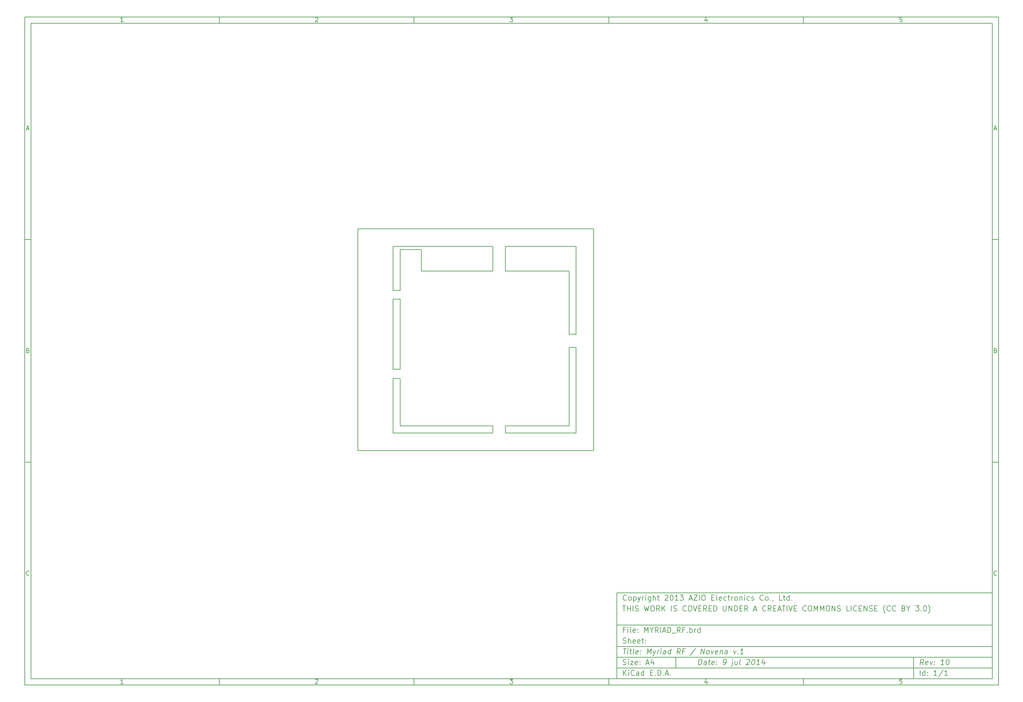
<source format=gbr>
G04 (created by PCBNEW (2013-07-07 BZR 4022)-stable) date 09/07/2014 14:33:10*
%MOIN*%
G04 Gerber Fmt 3.4, Leading zero omitted, Abs format*
%FSLAX34Y34*%
G01*
G70*
G90*
G04 APERTURE LIST*
%ADD10C,0.00590551*%
%ADD11C,0.0077*%
G04 APERTURE END LIST*
G54D10*
X4000Y-4000D02*
X112930Y-4000D01*
X112930Y-78680D01*
X4000Y-78680D01*
X4000Y-4000D01*
X4700Y-4700D02*
X112230Y-4700D01*
X112230Y-77980D01*
X4700Y-77980D01*
X4700Y-4700D01*
X25780Y-4000D02*
X25780Y-4700D01*
X15032Y-4552D02*
X14747Y-4552D01*
X14890Y-4552D02*
X14890Y-4052D01*
X14842Y-4123D01*
X14794Y-4171D01*
X14747Y-4195D01*
X25780Y-78680D02*
X25780Y-77980D01*
X15032Y-78532D02*
X14747Y-78532D01*
X14890Y-78532D02*
X14890Y-78032D01*
X14842Y-78103D01*
X14794Y-78151D01*
X14747Y-78175D01*
X47560Y-4000D02*
X47560Y-4700D01*
X36527Y-4100D02*
X36550Y-4076D01*
X36598Y-4052D01*
X36717Y-4052D01*
X36765Y-4076D01*
X36789Y-4100D01*
X36812Y-4147D01*
X36812Y-4195D01*
X36789Y-4266D01*
X36503Y-4552D01*
X36812Y-4552D01*
X47560Y-78680D02*
X47560Y-77980D01*
X36527Y-78080D02*
X36550Y-78056D01*
X36598Y-78032D01*
X36717Y-78032D01*
X36765Y-78056D01*
X36789Y-78080D01*
X36812Y-78127D01*
X36812Y-78175D01*
X36789Y-78246D01*
X36503Y-78532D01*
X36812Y-78532D01*
X69340Y-4000D02*
X69340Y-4700D01*
X58283Y-4052D02*
X58592Y-4052D01*
X58426Y-4242D01*
X58497Y-4242D01*
X58545Y-4266D01*
X58569Y-4290D01*
X58592Y-4338D01*
X58592Y-4457D01*
X58569Y-4504D01*
X58545Y-4528D01*
X58497Y-4552D01*
X58354Y-4552D01*
X58307Y-4528D01*
X58283Y-4504D01*
X69340Y-78680D02*
X69340Y-77980D01*
X58283Y-78032D02*
X58592Y-78032D01*
X58426Y-78222D01*
X58497Y-78222D01*
X58545Y-78246D01*
X58569Y-78270D01*
X58592Y-78318D01*
X58592Y-78437D01*
X58569Y-78484D01*
X58545Y-78508D01*
X58497Y-78532D01*
X58354Y-78532D01*
X58307Y-78508D01*
X58283Y-78484D01*
X91120Y-4000D02*
X91120Y-4700D01*
X80325Y-4219D02*
X80325Y-4552D01*
X80206Y-4028D02*
X80087Y-4385D01*
X80396Y-4385D01*
X91120Y-78680D02*
X91120Y-77980D01*
X80325Y-78199D02*
X80325Y-78532D01*
X80206Y-78008D02*
X80087Y-78365D01*
X80396Y-78365D01*
X102129Y-4052D02*
X101890Y-4052D01*
X101867Y-4290D01*
X101890Y-4266D01*
X101938Y-4242D01*
X102057Y-4242D01*
X102105Y-4266D01*
X102129Y-4290D01*
X102152Y-4338D01*
X102152Y-4457D01*
X102129Y-4504D01*
X102105Y-4528D01*
X102057Y-4552D01*
X101938Y-4552D01*
X101890Y-4528D01*
X101867Y-4504D01*
X102129Y-78032D02*
X101890Y-78032D01*
X101867Y-78270D01*
X101890Y-78246D01*
X101938Y-78222D01*
X102057Y-78222D01*
X102105Y-78246D01*
X102129Y-78270D01*
X102152Y-78318D01*
X102152Y-78437D01*
X102129Y-78484D01*
X102105Y-78508D01*
X102057Y-78532D01*
X101938Y-78532D01*
X101890Y-78508D01*
X101867Y-78484D01*
X4000Y-28890D02*
X4700Y-28890D01*
X4230Y-16509D02*
X4469Y-16509D01*
X4183Y-16652D02*
X4350Y-16152D01*
X4516Y-16652D01*
X112930Y-28890D02*
X112230Y-28890D01*
X112460Y-16509D02*
X112699Y-16509D01*
X112413Y-16652D02*
X112580Y-16152D01*
X112746Y-16652D01*
X4000Y-53780D02*
X4700Y-53780D01*
X4385Y-41280D02*
X4457Y-41304D01*
X4480Y-41328D01*
X4504Y-41375D01*
X4504Y-41447D01*
X4480Y-41494D01*
X4457Y-41518D01*
X4409Y-41542D01*
X4219Y-41542D01*
X4219Y-41042D01*
X4385Y-41042D01*
X4433Y-41066D01*
X4457Y-41090D01*
X4480Y-41137D01*
X4480Y-41185D01*
X4457Y-41232D01*
X4433Y-41256D01*
X4385Y-41280D01*
X4219Y-41280D01*
X112930Y-53780D02*
X112230Y-53780D01*
X112615Y-41280D02*
X112687Y-41304D01*
X112710Y-41328D01*
X112734Y-41375D01*
X112734Y-41447D01*
X112710Y-41494D01*
X112687Y-41518D01*
X112639Y-41542D01*
X112449Y-41542D01*
X112449Y-41042D01*
X112615Y-41042D01*
X112663Y-41066D01*
X112687Y-41090D01*
X112710Y-41137D01*
X112710Y-41185D01*
X112687Y-41232D01*
X112663Y-41256D01*
X112615Y-41280D01*
X112449Y-41280D01*
X4504Y-66384D02*
X4480Y-66408D01*
X4409Y-66432D01*
X4361Y-66432D01*
X4290Y-66408D01*
X4242Y-66360D01*
X4219Y-66313D01*
X4195Y-66218D01*
X4195Y-66146D01*
X4219Y-66051D01*
X4242Y-66003D01*
X4290Y-65956D01*
X4361Y-65932D01*
X4409Y-65932D01*
X4480Y-65956D01*
X4504Y-65980D01*
X112734Y-66384D02*
X112710Y-66408D01*
X112639Y-66432D01*
X112591Y-66432D01*
X112520Y-66408D01*
X112472Y-66360D01*
X112449Y-66313D01*
X112425Y-66218D01*
X112425Y-66146D01*
X112449Y-66051D01*
X112472Y-66003D01*
X112520Y-65956D01*
X112591Y-65932D01*
X112639Y-65932D01*
X112710Y-65956D01*
X112734Y-65980D01*
X79380Y-76422D02*
X79455Y-75822D01*
X79597Y-75822D01*
X79680Y-75851D01*
X79730Y-75908D01*
X79751Y-75965D01*
X79765Y-76080D01*
X79755Y-76165D01*
X79712Y-76280D01*
X79676Y-76337D01*
X79612Y-76394D01*
X79522Y-76422D01*
X79380Y-76422D01*
X80237Y-76422D02*
X80276Y-76108D01*
X80255Y-76051D01*
X80201Y-76022D01*
X80087Y-76022D01*
X80026Y-76051D01*
X80240Y-76394D02*
X80180Y-76422D01*
X80037Y-76422D01*
X79983Y-76394D01*
X79962Y-76337D01*
X79969Y-76280D01*
X80005Y-76222D01*
X80065Y-76194D01*
X80208Y-76194D01*
X80269Y-76165D01*
X80487Y-76022D02*
X80715Y-76022D01*
X80597Y-75822D02*
X80533Y-76337D01*
X80555Y-76394D01*
X80608Y-76422D01*
X80665Y-76422D01*
X81097Y-76394D02*
X81037Y-76422D01*
X80922Y-76422D01*
X80869Y-76394D01*
X80847Y-76337D01*
X80876Y-76108D01*
X80912Y-76051D01*
X80972Y-76022D01*
X81087Y-76022D01*
X81140Y-76051D01*
X81162Y-76108D01*
X81155Y-76165D01*
X80862Y-76222D01*
X81387Y-76365D02*
X81412Y-76394D01*
X81380Y-76422D01*
X81355Y-76394D01*
X81387Y-76365D01*
X81380Y-76422D01*
X81426Y-76051D02*
X81451Y-76080D01*
X81419Y-76108D01*
X81394Y-76080D01*
X81426Y-76051D01*
X81419Y-76108D01*
X82151Y-76422D02*
X82265Y-76422D01*
X82326Y-76394D01*
X82358Y-76365D01*
X82426Y-76280D01*
X82469Y-76165D01*
X82497Y-75937D01*
X82476Y-75880D01*
X82451Y-75851D01*
X82397Y-75822D01*
X82283Y-75822D01*
X82222Y-75851D01*
X82190Y-75880D01*
X82155Y-75937D01*
X82137Y-76080D01*
X82158Y-76137D01*
X82183Y-76165D01*
X82237Y-76194D01*
X82351Y-76194D01*
X82412Y-76165D01*
X82444Y-76137D01*
X82480Y-76080D01*
X83201Y-76022D02*
X83137Y-76537D01*
X83101Y-76594D01*
X83040Y-76622D01*
X83012Y-76622D01*
X83226Y-75822D02*
X83194Y-75851D01*
X83219Y-75880D01*
X83251Y-75851D01*
X83226Y-75822D01*
X83219Y-75880D01*
X83744Y-76022D02*
X83694Y-76422D01*
X83487Y-76022D02*
X83447Y-76337D01*
X83469Y-76394D01*
X83522Y-76422D01*
X83608Y-76422D01*
X83669Y-76394D01*
X83701Y-76365D01*
X84065Y-76422D02*
X84012Y-76394D01*
X83990Y-76337D01*
X84055Y-75822D01*
X84790Y-75880D02*
X84822Y-75851D01*
X84883Y-75822D01*
X85026Y-75822D01*
X85080Y-75851D01*
X85105Y-75880D01*
X85126Y-75937D01*
X85119Y-75994D01*
X85080Y-76080D01*
X84694Y-76422D01*
X85065Y-76422D01*
X85512Y-75822D02*
X85569Y-75822D01*
X85622Y-75851D01*
X85647Y-75880D01*
X85669Y-75937D01*
X85683Y-76051D01*
X85665Y-76194D01*
X85622Y-76308D01*
X85587Y-76365D01*
X85555Y-76394D01*
X85494Y-76422D01*
X85437Y-76422D01*
X85383Y-76394D01*
X85358Y-76365D01*
X85337Y-76308D01*
X85322Y-76194D01*
X85340Y-76051D01*
X85383Y-75937D01*
X85419Y-75880D01*
X85451Y-75851D01*
X85512Y-75822D01*
X86208Y-76422D02*
X85865Y-76422D01*
X86037Y-76422D02*
X86112Y-75822D01*
X86044Y-75908D01*
X85980Y-75965D01*
X85919Y-75994D01*
X86772Y-76022D02*
X86722Y-76422D01*
X86658Y-75794D02*
X86462Y-76222D01*
X86833Y-76222D01*
X70972Y-77622D02*
X70972Y-77022D01*
X71315Y-77622D02*
X71058Y-77280D01*
X71315Y-77022D02*
X70972Y-77365D01*
X71572Y-77622D02*
X71572Y-77222D01*
X71572Y-77022D02*
X71544Y-77051D01*
X71572Y-77080D01*
X71601Y-77051D01*
X71572Y-77022D01*
X71572Y-77080D01*
X72201Y-77565D02*
X72172Y-77594D01*
X72087Y-77622D01*
X72030Y-77622D01*
X71944Y-77594D01*
X71887Y-77537D01*
X71858Y-77480D01*
X71830Y-77365D01*
X71830Y-77280D01*
X71858Y-77165D01*
X71887Y-77108D01*
X71944Y-77051D01*
X72030Y-77022D01*
X72087Y-77022D01*
X72172Y-77051D01*
X72201Y-77080D01*
X72715Y-77622D02*
X72715Y-77308D01*
X72687Y-77251D01*
X72630Y-77222D01*
X72515Y-77222D01*
X72458Y-77251D01*
X72715Y-77594D02*
X72658Y-77622D01*
X72515Y-77622D01*
X72458Y-77594D01*
X72430Y-77537D01*
X72430Y-77480D01*
X72458Y-77422D01*
X72515Y-77394D01*
X72658Y-77394D01*
X72715Y-77365D01*
X73258Y-77622D02*
X73258Y-77022D01*
X73258Y-77594D02*
X73201Y-77622D01*
X73087Y-77622D01*
X73030Y-77594D01*
X73001Y-77565D01*
X72972Y-77508D01*
X72972Y-77337D01*
X73001Y-77280D01*
X73030Y-77251D01*
X73087Y-77222D01*
X73201Y-77222D01*
X73258Y-77251D01*
X74001Y-77308D02*
X74201Y-77308D01*
X74287Y-77622D02*
X74001Y-77622D01*
X74001Y-77022D01*
X74287Y-77022D01*
X74544Y-77565D02*
X74572Y-77594D01*
X74544Y-77622D01*
X74515Y-77594D01*
X74544Y-77565D01*
X74544Y-77622D01*
X74829Y-77622D02*
X74829Y-77022D01*
X74972Y-77022D01*
X75058Y-77051D01*
X75115Y-77108D01*
X75144Y-77165D01*
X75172Y-77280D01*
X75172Y-77365D01*
X75144Y-77480D01*
X75115Y-77537D01*
X75058Y-77594D01*
X74972Y-77622D01*
X74829Y-77622D01*
X75429Y-77565D02*
X75458Y-77594D01*
X75429Y-77622D01*
X75401Y-77594D01*
X75429Y-77565D01*
X75429Y-77622D01*
X75687Y-77451D02*
X75972Y-77451D01*
X75629Y-77622D02*
X75829Y-77022D01*
X76029Y-77622D01*
X76229Y-77565D02*
X76258Y-77594D01*
X76229Y-77622D01*
X76201Y-77594D01*
X76229Y-77565D01*
X76229Y-77622D01*
X104522Y-76422D02*
X104358Y-76137D01*
X104180Y-76422D02*
X104255Y-75822D01*
X104483Y-75822D01*
X104537Y-75851D01*
X104562Y-75880D01*
X104583Y-75937D01*
X104572Y-76022D01*
X104537Y-76080D01*
X104505Y-76108D01*
X104444Y-76137D01*
X104215Y-76137D01*
X105012Y-76394D02*
X104951Y-76422D01*
X104837Y-76422D01*
X104783Y-76394D01*
X104762Y-76337D01*
X104790Y-76108D01*
X104826Y-76051D01*
X104887Y-76022D01*
X105001Y-76022D01*
X105055Y-76051D01*
X105076Y-76108D01*
X105069Y-76165D01*
X104776Y-76222D01*
X105287Y-76022D02*
X105380Y-76422D01*
X105572Y-76022D01*
X105758Y-76365D02*
X105783Y-76394D01*
X105751Y-76422D01*
X105726Y-76394D01*
X105758Y-76365D01*
X105751Y-76422D01*
X105797Y-76051D02*
X105822Y-76080D01*
X105790Y-76108D01*
X105765Y-76080D01*
X105797Y-76051D01*
X105790Y-76108D01*
X106808Y-76422D02*
X106465Y-76422D01*
X106637Y-76422D02*
X106712Y-75822D01*
X106644Y-75908D01*
X106580Y-75965D01*
X106519Y-75994D01*
X107255Y-75822D02*
X107312Y-75822D01*
X107365Y-75851D01*
X107390Y-75880D01*
X107412Y-75937D01*
X107426Y-76051D01*
X107408Y-76194D01*
X107365Y-76308D01*
X107330Y-76365D01*
X107297Y-76394D01*
X107237Y-76422D01*
X107180Y-76422D01*
X107126Y-76394D01*
X107101Y-76365D01*
X107080Y-76308D01*
X107065Y-76194D01*
X107083Y-76051D01*
X107126Y-75937D01*
X107162Y-75880D01*
X107194Y-75851D01*
X107255Y-75822D01*
X70944Y-76394D02*
X71030Y-76422D01*
X71172Y-76422D01*
X71230Y-76394D01*
X71258Y-76365D01*
X71287Y-76308D01*
X71287Y-76251D01*
X71258Y-76194D01*
X71230Y-76165D01*
X71172Y-76137D01*
X71058Y-76108D01*
X71001Y-76080D01*
X70972Y-76051D01*
X70944Y-75994D01*
X70944Y-75937D01*
X70972Y-75880D01*
X71001Y-75851D01*
X71058Y-75822D01*
X71201Y-75822D01*
X71287Y-75851D01*
X71544Y-76422D02*
X71544Y-76022D01*
X71544Y-75822D02*
X71515Y-75851D01*
X71544Y-75880D01*
X71572Y-75851D01*
X71544Y-75822D01*
X71544Y-75880D01*
X71772Y-76022D02*
X72087Y-76022D01*
X71772Y-76422D01*
X72087Y-76422D01*
X72544Y-76394D02*
X72487Y-76422D01*
X72372Y-76422D01*
X72315Y-76394D01*
X72287Y-76337D01*
X72287Y-76108D01*
X72315Y-76051D01*
X72372Y-76022D01*
X72487Y-76022D01*
X72544Y-76051D01*
X72572Y-76108D01*
X72572Y-76165D01*
X72287Y-76222D01*
X72830Y-76365D02*
X72858Y-76394D01*
X72830Y-76422D01*
X72801Y-76394D01*
X72830Y-76365D01*
X72830Y-76422D01*
X72830Y-76051D02*
X72858Y-76080D01*
X72830Y-76108D01*
X72801Y-76080D01*
X72830Y-76051D01*
X72830Y-76108D01*
X73544Y-76251D02*
X73830Y-76251D01*
X73487Y-76422D02*
X73687Y-75822D01*
X73887Y-76422D01*
X74344Y-76022D02*
X74344Y-76422D01*
X74201Y-75794D02*
X74058Y-76222D01*
X74430Y-76222D01*
X104172Y-77622D02*
X104172Y-77022D01*
X104715Y-77622D02*
X104715Y-77022D01*
X104715Y-77594D02*
X104658Y-77622D01*
X104544Y-77622D01*
X104487Y-77594D01*
X104458Y-77565D01*
X104430Y-77508D01*
X104430Y-77337D01*
X104458Y-77280D01*
X104487Y-77251D01*
X104544Y-77222D01*
X104658Y-77222D01*
X104715Y-77251D01*
X105001Y-77565D02*
X105030Y-77594D01*
X105001Y-77622D01*
X104972Y-77594D01*
X105001Y-77565D01*
X105001Y-77622D01*
X105001Y-77251D02*
X105030Y-77280D01*
X105001Y-77308D01*
X104972Y-77280D01*
X105001Y-77251D01*
X105001Y-77308D01*
X106058Y-77622D02*
X105715Y-77622D01*
X105887Y-77622D02*
X105887Y-77022D01*
X105829Y-77108D01*
X105772Y-77165D01*
X105715Y-77194D01*
X106744Y-76994D02*
X106230Y-77765D01*
X107258Y-77622D02*
X106915Y-77622D01*
X107087Y-77622D02*
X107087Y-77022D01*
X107029Y-77108D01*
X106972Y-77165D01*
X106915Y-77194D01*
X70969Y-74622D02*
X71312Y-74622D01*
X71065Y-75222D02*
X71140Y-74622D01*
X71437Y-75222D02*
X71487Y-74822D01*
X71512Y-74622D02*
X71480Y-74651D01*
X71505Y-74680D01*
X71537Y-74651D01*
X71512Y-74622D01*
X71505Y-74680D01*
X71687Y-74822D02*
X71915Y-74822D01*
X71797Y-74622D02*
X71733Y-75137D01*
X71755Y-75194D01*
X71808Y-75222D01*
X71865Y-75222D01*
X72151Y-75222D02*
X72097Y-75194D01*
X72076Y-75137D01*
X72140Y-74622D01*
X72612Y-75194D02*
X72551Y-75222D01*
X72437Y-75222D01*
X72383Y-75194D01*
X72362Y-75137D01*
X72390Y-74908D01*
X72426Y-74851D01*
X72487Y-74822D01*
X72601Y-74822D01*
X72655Y-74851D01*
X72676Y-74908D01*
X72669Y-74965D01*
X72376Y-75022D01*
X72901Y-75165D02*
X72926Y-75194D01*
X72894Y-75222D01*
X72869Y-75194D01*
X72901Y-75165D01*
X72894Y-75222D01*
X72940Y-74851D02*
X72965Y-74880D01*
X72933Y-74908D01*
X72908Y-74880D01*
X72940Y-74851D01*
X72933Y-74908D01*
X73637Y-75222D02*
X73712Y-74622D01*
X73858Y-75051D01*
X74112Y-74622D01*
X74037Y-75222D01*
X74315Y-74822D02*
X74408Y-75222D01*
X74601Y-74822D02*
X74408Y-75222D01*
X74333Y-75365D01*
X74301Y-75394D01*
X74240Y-75422D01*
X74780Y-75222D02*
X74830Y-74822D01*
X74815Y-74937D02*
X74851Y-74880D01*
X74883Y-74851D01*
X74944Y-74822D01*
X75001Y-74822D01*
X75151Y-75222D02*
X75201Y-74822D01*
X75226Y-74622D02*
X75194Y-74651D01*
X75219Y-74680D01*
X75251Y-74651D01*
X75226Y-74622D01*
X75219Y-74680D01*
X75694Y-75222D02*
X75733Y-74908D01*
X75712Y-74851D01*
X75658Y-74822D01*
X75544Y-74822D01*
X75483Y-74851D01*
X75697Y-75194D02*
X75637Y-75222D01*
X75494Y-75222D01*
X75440Y-75194D01*
X75419Y-75137D01*
X75426Y-75080D01*
X75462Y-75022D01*
X75522Y-74994D01*
X75665Y-74994D01*
X75726Y-74965D01*
X76237Y-75222D02*
X76312Y-74622D01*
X76240Y-75194D02*
X76180Y-75222D01*
X76065Y-75222D01*
X76012Y-75194D01*
X75987Y-75165D01*
X75965Y-75108D01*
X75987Y-74937D01*
X76022Y-74880D01*
X76055Y-74851D01*
X76115Y-74822D01*
X76230Y-74822D01*
X76283Y-74851D01*
X77322Y-75222D02*
X77158Y-74937D01*
X76980Y-75222D02*
X77055Y-74622D01*
X77283Y-74622D01*
X77337Y-74651D01*
X77362Y-74680D01*
X77383Y-74737D01*
X77372Y-74822D01*
X77337Y-74880D01*
X77305Y-74908D01*
X77244Y-74937D01*
X77015Y-74937D01*
X77819Y-74908D02*
X77619Y-74908D01*
X77580Y-75222D02*
X77655Y-74622D01*
X77940Y-74622D01*
X79058Y-74594D02*
X78447Y-75365D01*
X79637Y-75222D02*
X79712Y-74622D01*
X79980Y-75222D01*
X80055Y-74622D01*
X80351Y-75222D02*
X80297Y-75194D01*
X80272Y-75165D01*
X80251Y-75108D01*
X80272Y-74937D01*
X80308Y-74880D01*
X80340Y-74851D01*
X80401Y-74822D01*
X80487Y-74822D01*
X80540Y-74851D01*
X80565Y-74880D01*
X80587Y-74937D01*
X80565Y-75108D01*
X80530Y-75165D01*
X80497Y-75194D01*
X80437Y-75222D01*
X80351Y-75222D01*
X80801Y-74822D02*
X80894Y-75222D01*
X81087Y-74822D01*
X81497Y-75194D02*
X81437Y-75222D01*
X81322Y-75222D01*
X81269Y-75194D01*
X81247Y-75137D01*
X81276Y-74908D01*
X81312Y-74851D01*
X81372Y-74822D01*
X81487Y-74822D01*
X81540Y-74851D01*
X81562Y-74908D01*
X81555Y-74965D01*
X81262Y-75022D01*
X81830Y-74822D02*
X81780Y-75222D01*
X81822Y-74880D02*
X81855Y-74851D01*
X81915Y-74822D01*
X82001Y-74822D01*
X82055Y-74851D01*
X82076Y-74908D01*
X82037Y-75222D01*
X82580Y-75222D02*
X82619Y-74908D01*
X82597Y-74851D01*
X82544Y-74822D01*
X82430Y-74822D01*
X82369Y-74851D01*
X82583Y-75194D02*
X82522Y-75222D01*
X82380Y-75222D01*
X82326Y-75194D01*
X82305Y-75137D01*
X82312Y-75080D01*
X82347Y-75022D01*
X82408Y-74994D01*
X82551Y-74994D01*
X82612Y-74965D01*
X83315Y-74822D02*
X83408Y-75222D01*
X83601Y-74822D01*
X83787Y-75165D02*
X83812Y-75194D01*
X83780Y-75222D01*
X83755Y-75194D01*
X83787Y-75165D01*
X83780Y-75222D01*
X84380Y-75222D02*
X84037Y-75222D01*
X84208Y-75222D02*
X84283Y-74622D01*
X84215Y-74708D01*
X84151Y-74765D01*
X84090Y-74794D01*
X71172Y-72508D02*
X70972Y-72508D01*
X70972Y-72822D02*
X70972Y-72222D01*
X71258Y-72222D01*
X71487Y-72822D02*
X71487Y-72422D01*
X71487Y-72222D02*
X71458Y-72251D01*
X71487Y-72280D01*
X71515Y-72251D01*
X71487Y-72222D01*
X71487Y-72280D01*
X71858Y-72822D02*
X71801Y-72794D01*
X71772Y-72737D01*
X71772Y-72222D01*
X72315Y-72794D02*
X72258Y-72822D01*
X72144Y-72822D01*
X72087Y-72794D01*
X72058Y-72737D01*
X72058Y-72508D01*
X72087Y-72451D01*
X72144Y-72422D01*
X72258Y-72422D01*
X72315Y-72451D01*
X72344Y-72508D01*
X72344Y-72565D01*
X72058Y-72622D01*
X72601Y-72765D02*
X72630Y-72794D01*
X72601Y-72822D01*
X72572Y-72794D01*
X72601Y-72765D01*
X72601Y-72822D01*
X72601Y-72451D02*
X72630Y-72480D01*
X72601Y-72508D01*
X72572Y-72480D01*
X72601Y-72451D01*
X72601Y-72508D01*
X73344Y-72822D02*
X73344Y-72222D01*
X73544Y-72651D01*
X73744Y-72222D01*
X73744Y-72822D01*
X74144Y-72537D02*
X74144Y-72822D01*
X73944Y-72222D02*
X74144Y-72537D01*
X74344Y-72222D01*
X74887Y-72822D02*
X74687Y-72537D01*
X74544Y-72822D02*
X74544Y-72222D01*
X74772Y-72222D01*
X74830Y-72251D01*
X74858Y-72280D01*
X74887Y-72337D01*
X74887Y-72422D01*
X74858Y-72480D01*
X74830Y-72508D01*
X74772Y-72537D01*
X74544Y-72537D01*
X75144Y-72822D02*
X75144Y-72222D01*
X75401Y-72651D02*
X75687Y-72651D01*
X75344Y-72822D02*
X75544Y-72222D01*
X75744Y-72822D01*
X75944Y-72822D02*
X75944Y-72222D01*
X76087Y-72222D01*
X76172Y-72251D01*
X76230Y-72308D01*
X76258Y-72365D01*
X76287Y-72480D01*
X76287Y-72565D01*
X76258Y-72680D01*
X76230Y-72737D01*
X76172Y-72794D01*
X76087Y-72822D01*
X75944Y-72822D01*
X76401Y-72880D02*
X76858Y-72880D01*
X77344Y-72822D02*
X77144Y-72537D01*
X77001Y-72822D02*
X77001Y-72222D01*
X77230Y-72222D01*
X77287Y-72251D01*
X77315Y-72280D01*
X77344Y-72337D01*
X77344Y-72422D01*
X77315Y-72480D01*
X77287Y-72508D01*
X77230Y-72537D01*
X77001Y-72537D01*
X77801Y-72508D02*
X77601Y-72508D01*
X77601Y-72822D02*
X77601Y-72222D01*
X77887Y-72222D01*
X78115Y-72765D02*
X78144Y-72794D01*
X78115Y-72822D01*
X78087Y-72794D01*
X78115Y-72765D01*
X78115Y-72822D01*
X78401Y-72822D02*
X78401Y-72222D01*
X78401Y-72451D02*
X78458Y-72422D01*
X78572Y-72422D01*
X78630Y-72451D01*
X78658Y-72480D01*
X78687Y-72537D01*
X78687Y-72708D01*
X78658Y-72765D01*
X78630Y-72794D01*
X78572Y-72822D01*
X78458Y-72822D01*
X78401Y-72794D01*
X78944Y-72822D02*
X78944Y-72422D01*
X78944Y-72537D02*
X78972Y-72480D01*
X79001Y-72451D01*
X79058Y-72422D01*
X79115Y-72422D01*
X79572Y-72822D02*
X79572Y-72222D01*
X79572Y-72794D02*
X79515Y-72822D01*
X79401Y-72822D01*
X79344Y-72794D01*
X79315Y-72765D01*
X79287Y-72708D01*
X79287Y-72537D01*
X79315Y-72480D01*
X79344Y-72451D01*
X79401Y-72422D01*
X79515Y-72422D01*
X79572Y-72451D01*
X70944Y-73994D02*
X71030Y-74022D01*
X71172Y-74022D01*
X71230Y-73994D01*
X71258Y-73965D01*
X71287Y-73908D01*
X71287Y-73851D01*
X71258Y-73794D01*
X71230Y-73765D01*
X71172Y-73737D01*
X71058Y-73708D01*
X71001Y-73680D01*
X70972Y-73651D01*
X70944Y-73594D01*
X70944Y-73537D01*
X70972Y-73480D01*
X71001Y-73451D01*
X71058Y-73422D01*
X71201Y-73422D01*
X71287Y-73451D01*
X71544Y-74022D02*
X71544Y-73422D01*
X71801Y-74022D02*
X71801Y-73708D01*
X71772Y-73651D01*
X71715Y-73622D01*
X71630Y-73622D01*
X71572Y-73651D01*
X71544Y-73680D01*
X72315Y-73994D02*
X72258Y-74022D01*
X72144Y-74022D01*
X72087Y-73994D01*
X72058Y-73937D01*
X72058Y-73708D01*
X72087Y-73651D01*
X72144Y-73622D01*
X72258Y-73622D01*
X72315Y-73651D01*
X72344Y-73708D01*
X72344Y-73765D01*
X72058Y-73822D01*
X72830Y-73994D02*
X72772Y-74022D01*
X72658Y-74022D01*
X72601Y-73994D01*
X72572Y-73937D01*
X72572Y-73708D01*
X72601Y-73651D01*
X72658Y-73622D01*
X72772Y-73622D01*
X72830Y-73651D01*
X72858Y-73708D01*
X72858Y-73765D01*
X72572Y-73822D01*
X73030Y-73622D02*
X73258Y-73622D01*
X73115Y-73422D02*
X73115Y-73937D01*
X73144Y-73994D01*
X73201Y-74022D01*
X73258Y-74022D01*
X73458Y-73965D02*
X73487Y-73994D01*
X73458Y-74022D01*
X73430Y-73994D01*
X73458Y-73965D01*
X73458Y-74022D01*
X73458Y-73651D02*
X73487Y-73680D01*
X73458Y-73708D01*
X73430Y-73680D01*
X73458Y-73651D01*
X73458Y-73708D01*
X70887Y-69822D02*
X71230Y-69822D01*
X71058Y-70422D02*
X71058Y-69822D01*
X71430Y-70422D02*
X71430Y-69822D01*
X71430Y-70108D02*
X71772Y-70108D01*
X71772Y-70422D02*
X71772Y-69822D01*
X72058Y-70422D02*
X72058Y-69822D01*
X72315Y-70394D02*
X72401Y-70422D01*
X72544Y-70422D01*
X72601Y-70394D01*
X72629Y-70365D01*
X72658Y-70308D01*
X72658Y-70251D01*
X72629Y-70194D01*
X72601Y-70165D01*
X72544Y-70137D01*
X72429Y-70108D01*
X72372Y-70080D01*
X72344Y-70051D01*
X72315Y-69994D01*
X72315Y-69937D01*
X72344Y-69880D01*
X72372Y-69851D01*
X72429Y-69822D01*
X72572Y-69822D01*
X72658Y-69851D01*
X73315Y-69822D02*
X73458Y-70422D01*
X73572Y-69994D01*
X73687Y-70422D01*
X73830Y-69822D01*
X74172Y-69822D02*
X74287Y-69822D01*
X74344Y-69851D01*
X74401Y-69908D01*
X74430Y-70022D01*
X74430Y-70222D01*
X74401Y-70337D01*
X74344Y-70394D01*
X74287Y-70422D01*
X74172Y-70422D01*
X74115Y-70394D01*
X74058Y-70337D01*
X74030Y-70222D01*
X74030Y-70022D01*
X74058Y-69908D01*
X74115Y-69851D01*
X74172Y-69822D01*
X75029Y-70422D02*
X74829Y-70137D01*
X74687Y-70422D02*
X74687Y-69822D01*
X74915Y-69822D01*
X74972Y-69851D01*
X75001Y-69880D01*
X75029Y-69937D01*
X75029Y-70022D01*
X75001Y-70080D01*
X74972Y-70108D01*
X74915Y-70137D01*
X74687Y-70137D01*
X75287Y-70422D02*
X75287Y-69822D01*
X75629Y-70422D02*
X75372Y-70080D01*
X75629Y-69822D02*
X75287Y-70165D01*
X76344Y-70422D02*
X76344Y-69822D01*
X76601Y-70394D02*
X76687Y-70422D01*
X76829Y-70422D01*
X76887Y-70394D01*
X76915Y-70365D01*
X76944Y-70308D01*
X76944Y-70251D01*
X76915Y-70194D01*
X76887Y-70165D01*
X76829Y-70137D01*
X76715Y-70108D01*
X76658Y-70080D01*
X76629Y-70051D01*
X76601Y-69994D01*
X76601Y-69937D01*
X76629Y-69880D01*
X76658Y-69851D01*
X76715Y-69822D01*
X76858Y-69822D01*
X76944Y-69851D01*
X78001Y-70365D02*
X77972Y-70394D01*
X77887Y-70422D01*
X77830Y-70422D01*
X77744Y-70394D01*
X77687Y-70337D01*
X77658Y-70280D01*
X77630Y-70165D01*
X77630Y-70080D01*
X77658Y-69965D01*
X77687Y-69908D01*
X77744Y-69851D01*
X77830Y-69822D01*
X77887Y-69822D01*
X77972Y-69851D01*
X78001Y-69880D01*
X78372Y-69822D02*
X78487Y-69822D01*
X78544Y-69851D01*
X78601Y-69908D01*
X78630Y-70022D01*
X78630Y-70222D01*
X78601Y-70337D01*
X78544Y-70394D01*
X78487Y-70422D01*
X78372Y-70422D01*
X78315Y-70394D01*
X78258Y-70337D01*
X78230Y-70222D01*
X78230Y-70022D01*
X78258Y-69908D01*
X78315Y-69851D01*
X78372Y-69822D01*
X78801Y-69822D02*
X79001Y-70422D01*
X79201Y-69822D01*
X79401Y-70108D02*
X79601Y-70108D01*
X79687Y-70422D02*
X79401Y-70422D01*
X79401Y-69822D01*
X79687Y-69822D01*
X80287Y-70422D02*
X80087Y-70137D01*
X79944Y-70422D02*
X79944Y-69822D01*
X80172Y-69822D01*
X80229Y-69851D01*
X80258Y-69880D01*
X80287Y-69937D01*
X80287Y-70022D01*
X80258Y-70080D01*
X80229Y-70108D01*
X80172Y-70137D01*
X79944Y-70137D01*
X80544Y-70108D02*
X80744Y-70108D01*
X80829Y-70422D02*
X80544Y-70422D01*
X80544Y-69822D01*
X80829Y-69822D01*
X81087Y-70422D02*
X81087Y-69822D01*
X81229Y-69822D01*
X81315Y-69851D01*
X81372Y-69908D01*
X81401Y-69965D01*
X81429Y-70080D01*
X81429Y-70165D01*
X81401Y-70280D01*
X81372Y-70337D01*
X81315Y-70394D01*
X81229Y-70422D01*
X81087Y-70422D01*
X82144Y-69822D02*
X82144Y-70308D01*
X82172Y-70365D01*
X82201Y-70394D01*
X82258Y-70422D01*
X82372Y-70422D01*
X82429Y-70394D01*
X82458Y-70365D01*
X82487Y-70308D01*
X82487Y-69822D01*
X82772Y-70422D02*
X82772Y-69822D01*
X83115Y-70422D01*
X83115Y-69822D01*
X83401Y-70422D02*
X83401Y-69822D01*
X83544Y-69822D01*
X83629Y-69851D01*
X83687Y-69908D01*
X83715Y-69965D01*
X83744Y-70080D01*
X83744Y-70165D01*
X83715Y-70280D01*
X83687Y-70337D01*
X83629Y-70394D01*
X83544Y-70422D01*
X83401Y-70422D01*
X84001Y-70108D02*
X84201Y-70108D01*
X84287Y-70422D02*
X84001Y-70422D01*
X84001Y-69822D01*
X84287Y-69822D01*
X84887Y-70422D02*
X84687Y-70137D01*
X84544Y-70422D02*
X84544Y-69822D01*
X84772Y-69822D01*
X84829Y-69851D01*
X84858Y-69880D01*
X84887Y-69937D01*
X84887Y-70022D01*
X84858Y-70080D01*
X84829Y-70108D01*
X84772Y-70137D01*
X84544Y-70137D01*
X85572Y-70251D02*
X85858Y-70251D01*
X85515Y-70422D02*
X85715Y-69822D01*
X85915Y-70422D01*
X86915Y-70365D02*
X86887Y-70394D01*
X86801Y-70422D01*
X86744Y-70422D01*
X86658Y-70394D01*
X86601Y-70337D01*
X86572Y-70280D01*
X86544Y-70165D01*
X86544Y-70080D01*
X86572Y-69965D01*
X86601Y-69908D01*
X86658Y-69851D01*
X86744Y-69822D01*
X86801Y-69822D01*
X86887Y-69851D01*
X86915Y-69880D01*
X87515Y-70422D02*
X87315Y-70137D01*
X87172Y-70422D02*
X87172Y-69822D01*
X87401Y-69822D01*
X87458Y-69851D01*
X87487Y-69880D01*
X87515Y-69937D01*
X87515Y-70022D01*
X87487Y-70080D01*
X87458Y-70108D01*
X87401Y-70137D01*
X87172Y-70137D01*
X87772Y-70108D02*
X87972Y-70108D01*
X88058Y-70422D02*
X87772Y-70422D01*
X87772Y-69822D01*
X88058Y-69822D01*
X88287Y-70251D02*
X88572Y-70251D01*
X88229Y-70422D02*
X88429Y-69822D01*
X88629Y-70422D01*
X88744Y-69822D02*
X89087Y-69822D01*
X88915Y-70422D02*
X88915Y-69822D01*
X89287Y-70422D02*
X89287Y-69822D01*
X89487Y-69822D02*
X89687Y-70422D01*
X89887Y-69822D01*
X90087Y-70108D02*
X90287Y-70108D01*
X90372Y-70422D02*
X90087Y-70422D01*
X90087Y-69822D01*
X90372Y-69822D01*
X91429Y-70365D02*
X91401Y-70394D01*
X91315Y-70422D01*
X91258Y-70422D01*
X91172Y-70394D01*
X91115Y-70337D01*
X91087Y-70280D01*
X91058Y-70165D01*
X91058Y-70080D01*
X91087Y-69965D01*
X91115Y-69908D01*
X91172Y-69851D01*
X91258Y-69822D01*
X91315Y-69822D01*
X91401Y-69851D01*
X91429Y-69880D01*
X91801Y-69822D02*
X91915Y-69822D01*
X91972Y-69851D01*
X92029Y-69908D01*
X92058Y-70022D01*
X92058Y-70222D01*
X92029Y-70337D01*
X91972Y-70394D01*
X91915Y-70422D01*
X91801Y-70422D01*
X91744Y-70394D01*
X91687Y-70337D01*
X91658Y-70222D01*
X91658Y-70022D01*
X91687Y-69908D01*
X91744Y-69851D01*
X91801Y-69822D01*
X92315Y-70422D02*
X92315Y-69822D01*
X92515Y-70251D01*
X92715Y-69822D01*
X92715Y-70422D01*
X93001Y-70422D02*
X93001Y-69822D01*
X93201Y-70251D01*
X93401Y-69822D01*
X93401Y-70422D01*
X93801Y-69822D02*
X93915Y-69822D01*
X93972Y-69851D01*
X94029Y-69908D01*
X94058Y-70022D01*
X94058Y-70222D01*
X94029Y-70337D01*
X93972Y-70394D01*
X93915Y-70422D01*
X93801Y-70422D01*
X93744Y-70394D01*
X93687Y-70337D01*
X93658Y-70222D01*
X93658Y-70022D01*
X93687Y-69908D01*
X93744Y-69851D01*
X93801Y-69822D01*
X94315Y-70422D02*
X94315Y-69822D01*
X94658Y-70422D01*
X94658Y-69822D01*
X94915Y-70394D02*
X95001Y-70422D01*
X95144Y-70422D01*
X95201Y-70394D01*
X95229Y-70365D01*
X95258Y-70308D01*
X95258Y-70251D01*
X95229Y-70194D01*
X95201Y-70165D01*
X95144Y-70137D01*
X95029Y-70108D01*
X94972Y-70080D01*
X94944Y-70051D01*
X94915Y-69994D01*
X94915Y-69937D01*
X94944Y-69880D01*
X94972Y-69851D01*
X95029Y-69822D01*
X95172Y-69822D01*
X95258Y-69851D01*
X96258Y-70422D02*
X95972Y-70422D01*
X95972Y-69822D01*
X96458Y-70422D02*
X96458Y-69822D01*
X97087Y-70365D02*
X97058Y-70394D01*
X96972Y-70422D01*
X96915Y-70422D01*
X96829Y-70394D01*
X96772Y-70337D01*
X96744Y-70280D01*
X96715Y-70165D01*
X96715Y-70080D01*
X96744Y-69965D01*
X96772Y-69908D01*
X96829Y-69851D01*
X96915Y-69822D01*
X96972Y-69822D01*
X97058Y-69851D01*
X97087Y-69880D01*
X97344Y-70108D02*
X97544Y-70108D01*
X97629Y-70422D02*
X97344Y-70422D01*
X97344Y-69822D01*
X97629Y-69822D01*
X97887Y-70422D02*
X97887Y-69822D01*
X98229Y-70422D01*
X98229Y-69822D01*
X98487Y-70394D02*
X98572Y-70422D01*
X98715Y-70422D01*
X98772Y-70394D01*
X98801Y-70365D01*
X98829Y-70308D01*
X98829Y-70251D01*
X98801Y-70194D01*
X98772Y-70165D01*
X98715Y-70137D01*
X98601Y-70108D01*
X98544Y-70080D01*
X98515Y-70051D01*
X98487Y-69994D01*
X98487Y-69937D01*
X98515Y-69880D01*
X98544Y-69851D01*
X98601Y-69822D01*
X98744Y-69822D01*
X98829Y-69851D01*
X99087Y-70108D02*
X99287Y-70108D01*
X99372Y-70422D02*
X99087Y-70422D01*
X99087Y-69822D01*
X99372Y-69822D01*
X100258Y-70651D02*
X100229Y-70622D01*
X100172Y-70537D01*
X100144Y-70480D01*
X100115Y-70394D01*
X100087Y-70251D01*
X100087Y-70137D01*
X100115Y-69994D01*
X100144Y-69908D01*
X100172Y-69851D01*
X100229Y-69765D01*
X100258Y-69737D01*
X100829Y-70365D02*
X100801Y-70394D01*
X100715Y-70422D01*
X100658Y-70422D01*
X100572Y-70394D01*
X100515Y-70337D01*
X100487Y-70280D01*
X100458Y-70165D01*
X100458Y-70080D01*
X100487Y-69965D01*
X100515Y-69908D01*
X100572Y-69851D01*
X100658Y-69822D01*
X100715Y-69822D01*
X100801Y-69851D01*
X100829Y-69880D01*
X101429Y-70365D02*
X101401Y-70394D01*
X101315Y-70422D01*
X101258Y-70422D01*
X101172Y-70394D01*
X101115Y-70337D01*
X101087Y-70280D01*
X101058Y-70165D01*
X101058Y-70080D01*
X101087Y-69965D01*
X101115Y-69908D01*
X101172Y-69851D01*
X101258Y-69822D01*
X101315Y-69822D01*
X101401Y-69851D01*
X101429Y-69880D01*
X102344Y-70108D02*
X102429Y-70137D01*
X102458Y-70165D01*
X102487Y-70222D01*
X102487Y-70308D01*
X102458Y-70365D01*
X102429Y-70394D01*
X102372Y-70422D01*
X102144Y-70422D01*
X102144Y-69822D01*
X102344Y-69822D01*
X102401Y-69851D01*
X102429Y-69880D01*
X102458Y-69937D01*
X102458Y-69994D01*
X102429Y-70051D01*
X102401Y-70080D01*
X102344Y-70108D01*
X102144Y-70108D01*
X102858Y-70137D02*
X102858Y-70422D01*
X102658Y-69822D02*
X102858Y-70137D01*
X103058Y-69822D01*
X103658Y-69822D02*
X104029Y-69822D01*
X103829Y-70051D01*
X103915Y-70051D01*
X103972Y-70080D01*
X104001Y-70108D01*
X104029Y-70165D01*
X104029Y-70308D01*
X104001Y-70365D01*
X103972Y-70394D01*
X103915Y-70422D01*
X103744Y-70422D01*
X103687Y-70394D01*
X103658Y-70365D01*
X104287Y-70365D02*
X104315Y-70394D01*
X104287Y-70422D01*
X104258Y-70394D01*
X104287Y-70365D01*
X104287Y-70422D01*
X104687Y-69822D02*
X104744Y-69822D01*
X104801Y-69851D01*
X104829Y-69880D01*
X104858Y-69937D01*
X104887Y-70051D01*
X104887Y-70194D01*
X104858Y-70308D01*
X104829Y-70365D01*
X104801Y-70394D01*
X104744Y-70422D01*
X104687Y-70422D01*
X104629Y-70394D01*
X104601Y-70365D01*
X104572Y-70308D01*
X104544Y-70194D01*
X104544Y-70051D01*
X104572Y-69937D01*
X104601Y-69880D01*
X104629Y-69851D01*
X104687Y-69822D01*
X105087Y-70651D02*
X105115Y-70622D01*
X105172Y-70537D01*
X105201Y-70480D01*
X105229Y-70394D01*
X105258Y-70251D01*
X105258Y-70137D01*
X105229Y-69994D01*
X105201Y-69908D01*
X105172Y-69851D01*
X105115Y-69765D01*
X105087Y-69737D01*
X71315Y-69165D02*
X71287Y-69194D01*
X71201Y-69222D01*
X71144Y-69222D01*
X71058Y-69194D01*
X71001Y-69137D01*
X70972Y-69080D01*
X70944Y-68965D01*
X70944Y-68880D01*
X70972Y-68765D01*
X71001Y-68708D01*
X71058Y-68651D01*
X71144Y-68622D01*
X71201Y-68622D01*
X71287Y-68651D01*
X71315Y-68680D01*
X71658Y-69222D02*
X71601Y-69194D01*
X71572Y-69165D01*
X71544Y-69108D01*
X71544Y-68937D01*
X71572Y-68880D01*
X71601Y-68851D01*
X71658Y-68822D01*
X71744Y-68822D01*
X71801Y-68851D01*
X71830Y-68880D01*
X71858Y-68937D01*
X71858Y-69108D01*
X71830Y-69165D01*
X71801Y-69194D01*
X71744Y-69222D01*
X71658Y-69222D01*
X72115Y-68822D02*
X72115Y-69422D01*
X72115Y-68851D02*
X72172Y-68822D01*
X72287Y-68822D01*
X72344Y-68851D01*
X72372Y-68880D01*
X72401Y-68937D01*
X72401Y-69108D01*
X72372Y-69165D01*
X72344Y-69194D01*
X72287Y-69222D01*
X72172Y-69222D01*
X72115Y-69194D01*
X72601Y-68822D02*
X72744Y-69222D01*
X72887Y-68822D02*
X72744Y-69222D01*
X72687Y-69365D01*
X72658Y-69394D01*
X72601Y-69422D01*
X73115Y-69222D02*
X73115Y-68822D01*
X73115Y-68937D02*
X73144Y-68880D01*
X73172Y-68851D01*
X73230Y-68822D01*
X73287Y-68822D01*
X73487Y-69222D02*
X73487Y-68822D01*
X73487Y-68622D02*
X73458Y-68651D01*
X73487Y-68680D01*
X73515Y-68651D01*
X73487Y-68622D01*
X73487Y-68680D01*
X74030Y-68822D02*
X74030Y-69308D01*
X74001Y-69365D01*
X73972Y-69394D01*
X73915Y-69422D01*
X73830Y-69422D01*
X73772Y-69394D01*
X74030Y-69194D02*
X73972Y-69222D01*
X73858Y-69222D01*
X73801Y-69194D01*
X73772Y-69165D01*
X73744Y-69108D01*
X73744Y-68937D01*
X73772Y-68880D01*
X73801Y-68851D01*
X73858Y-68822D01*
X73972Y-68822D01*
X74030Y-68851D01*
X74315Y-69222D02*
X74315Y-68622D01*
X74572Y-69222D02*
X74572Y-68908D01*
X74544Y-68851D01*
X74487Y-68822D01*
X74401Y-68822D01*
X74344Y-68851D01*
X74315Y-68880D01*
X74772Y-68822D02*
X75001Y-68822D01*
X74858Y-68622D02*
X74858Y-69137D01*
X74887Y-69194D01*
X74944Y-69222D01*
X75001Y-69222D01*
X75630Y-68680D02*
X75658Y-68651D01*
X75715Y-68622D01*
X75858Y-68622D01*
X75915Y-68651D01*
X75944Y-68680D01*
X75972Y-68737D01*
X75972Y-68794D01*
X75944Y-68880D01*
X75601Y-69222D01*
X75972Y-69222D01*
X76344Y-68622D02*
X76401Y-68622D01*
X76458Y-68651D01*
X76487Y-68680D01*
X76515Y-68737D01*
X76544Y-68851D01*
X76544Y-68994D01*
X76515Y-69108D01*
X76487Y-69165D01*
X76458Y-69194D01*
X76401Y-69222D01*
X76344Y-69222D01*
X76287Y-69194D01*
X76258Y-69165D01*
X76230Y-69108D01*
X76201Y-68994D01*
X76201Y-68851D01*
X76230Y-68737D01*
X76258Y-68680D01*
X76287Y-68651D01*
X76344Y-68622D01*
X77115Y-69222D02*
X76772Y-69222D01*
X76944Y-69222D02*
X76944Y-68622D01*
X76887Y-68708D01*
X76830Y-68765D01*
X76772Y-68794D01*
X77315Y-68622D02*
X77687Y-68622D01*
X77487Y-68851D01*
X77572Y-68851D01*
X77630Y-68880D01*
X77658Y-68908D01*
X77687Y-68965D01*
X77687Y-69108D01*
X77658Y-69165D01*
X77630Y-69194D01*
X77572Y-69222D01*
X77401Y-69222D01*
X77344Y-69194D01*
X77315Y-69165D01*
X78372Y-69051D02*
X78658Y-69051D01*
X78315Y-69222D02*
X78515Y-68622D01*
X78715Y-69222D01*
X78858Y-68622D02*
X79258Y-68622D01*
X78858Y-69222D01*
X79258Y-69222D01*
X79487Y-69222D02*
X79487Y-68622D01*
X79887Y-68622D02*
X80001Y-68622D01*
X80058Y-68651D01*
X80115Y-68708D01*
X80144Y-68822D01*
X80144Y-69022D01*
X80115Y-69137D01*
X80058Y-69194D01*
X80001Y-69222D01*
X79887Y-69222D01*
X79830Y-69194D01*
X79772Y-69137D01*
X79744Y-69022D01*
X79744Y-68822D01*
X79772Y-68708D01*
X79830Y-68651D01*
X79887Y-68622D01*
X80858Y-68908D02*
X81058Y-68908D01*
X81144Y-69222D02*
X80858Y-69222D01*
X80858Y-68622D01*
X81144Y-68622D01*
X81487Y-69222D02*
X81430Y-69194D01*
X81401Y-69137D01*
X81401Y-68622D01*
X81944Y-69194D02*
X81887Y-69222D01*
X81772Y-69222D01*
X81715Y-69194D01*
X81687Y-69137D01*
X81687Y-68908D01*
X81715Y-68851D01*
X81772Y-68822D01*
X81887Y-68822D01*
X81944Y-68851D01*
X81972Y-68908D01*
X81972Y-68965D01*
X81687Y-69022D01*
X82487Y-69194D02*
X82430Y-69222D01*
X82315Y-69222D01*
X82258Y-69194D01*
X82230Y-69165D01*
X82201Y-69108D01*
X82201Y-68937D01*
X82230Y-68880D01*
X82258Y-68851D01*
X82315Y-68822D01*
X82430Y-68822D01*
X82487Y-68851D01*
X82658Y-68822D02*
X82887Y-68822D01*
X82744Y-68622D02*
X82744Y-69137D01*
X82772Y-69194D01*
X82830Y-69222D01*
X82887Y-69222D01*
X83087Y-69222D02*
X83087Y-68822D01*
X83087Y-68937D02*
X83115Y-68880D01*
X83144Y-68851D01*
X83201Y-68822D01*
X83258Y-68822D01*
X83544Y-69222D02*
X83487Y-69194D01*
X83458Y-69165D01*
X83430Y-69108D01*
X83430Y-68937D01*
X83458Y-68880D01*
X83487Y-68851D01*
X83544Y-68822D01*
X83630Y-68822D01*
X83687Y-68851D01*
X83715Y-68880D01*
X83744Y-68937D01*
X83744Y-69108D01*
X83715Y-69165D01*
X83687Y-69194D01*
X83630Y-69222D01*
X83544Y-69222D01*
X84001Y-68822D02*
X84001Y-69222D01*
X84001Y-68880D02*
X84030Y-68851D01*
X84087Y-68822D01*
X84172Y-68822D01*
X84230Y-68851D01*
X84258Y-68908D01*
X84258Y-69222D01*
X84544Y-69222D02*
X84544Y-68822D01*
X84544Y-68622D02*
X84515Y-68651D01*
X84544Y-68680D01*
X84572Y-68651D01*
X84544Y-68622D01*
X84544Y-68680D01*
X85087Y-69194D02*
X85030Y-69222D01*
X84915Y-69222D01*
X84858Y-69194D01*
X84830Y-69165D01*
X84801Y-69108D01*
X84801Y-68937D01*
X84830Y-68880D01*
X84858Y-68851D01*
X84915Y-68822D01*
X85030Y-68822D01*
X85087Y-68851D01*
X85315Y-69194D02*
X85372Y-69222D01*
X85487Y-69222D01*
X85544Y-69194D01*
X85572Y-69137D01*
X85572Y-69108D01*
X85544Y-69051D01*
X85487Y-69022D01*
X85401Y-69022D01*
X85344Y-68994D01*
X85315Y-68937D01*
X85315Y-68908D01*
X85344Y-68851D01*
X85401Y-68822D01*
X85487Y-68822D01*
X85544Y-68851D01*
X86630Y-69165D02*
X86601Y-69194D01*
X86515Y-69222D01*
X86458Y-69222D01*
X86372Y-69194D01*
X86315Y-69137D01*
X86287Y-69080D01*
X86258Y-68965D01*
X86258Y-68880D01*
X86287Y-68765D01*
X86315Y-68708D01*
X86372Y-68651D01*
X86458Y-68622D01*
X86515Y-68622D01*
X86601Y-68651D01*
X86630Y-68680D01*
X86972Y-69222D02*
X86915Y-69194D01*
X86887Y-69165D01*
X86858Y-69108D01*
X86858Y-68937D01*
X86887Y-68880D01*
X86915Y-68851D01*
X86972Y-68822D01*
X87058Y-68822D01*
X87115Y-68851D01*
X87144Y-68880D01*
X87172Y-68937D01*
X87172Y-69108D01*
X87144Y-69165D01*
X87115Y-69194D01*
X87058Y-69222D01*
X86972Y-69222D01*
X87430Y-69165D02*
X87458Y-69194D01*
X87430Y-69222D01*
X87401Y-69194D01*
X87430Y-69165D01*
X87430Y-69222D01*
X87744Y-69194D02*
X87744Y-69222D01*
X87715Y-69280D01*
X87687Y-69308D01*
X88744Y-69222D02*
X88458Y-69222D01*
X88458Y-68622D01*
X88858Y-68822D02*
X89087Y-68822D01*
X88944Y-68622D02*
X88944Y-69137D01*
X88972Y-69194D01*
X89030Y-69222D01*
X89087Y-69222D01*
X89544Y-69222D02*
X89544Y-68622D01*
X89544Y-69194D02*
X89487Y-69222D01*
X89372Y-69222D01*
X89315Y-69194D01*
X89287Y-69165D01*
X89258Y-69108D01*
X89258Y-68937D01*
X89287Y-68880D01*
X89315Y-68851D01*
X89372Y-68822D01*
X89487Y-68822D01*
X89544Y-68851D01*
X89830Y-69165D02*
X89858Y-69194D01*
X89830Y-69222D01*
X89801Y-69194D01*
X89830Y-69165D01*
X89830Y-69222D01*
X70230Y-68380D02*
X70230Y-77980D01*
X70230Y-71980D02*
X112230Y-71980D01*
X70230Y-68380D02*
X112230Y-68380D01*
X70230Y-74380D02*
X112230Y-74380D01*
X103430Y-75580D02*
X103430Y-77980D01*
X70230Y-76780D02*
X112230Y-76780D01*
X70230Y-75580D02*
X112230Y-75580D01*
X76830Y-75580D02*
X76830Y-76780D01*
G54D11*
X46007Y-30019D02*
X48370Y-30019D01*
X48370Y-30019D02*
X48370Y-32401D01*
X48370Y-32401D02*
X56384Y-32401D01*
X46007Y-30019D02*
X46007Y-34570D01*
X41283Y-52483D02*
X41283Y-27680D01*
X67661Y-52483D02*
X41283Y-52483D01*
X67661Y-27680D02*
X67661Y-52483D01*
X41283Y-27680D02*
X67661Y-27680D01*
X64905Y-32401D02*
X64905Y-39492D01*
X57764Y-32401D02*
X64905Y-32401D01*
X57764Y-32401D02*
X57764Y-29648D01*
X65692Y-29650D02*
X57764Y-29650D01*
X65692Y-39492D02*
X65692Y-29650D01*
X64905Y-39492D02*
X65692Y-39492D01*
X57764Y-50515D02*
X57764Y-49728D01*
X65692Y-50515D02*
X57764Y-50515D01*
X65692Y-40948D02*
X65692Y-50515D01*
X64905Y-40948D02*
X65692Y-40948D01*
X64905Y-49728D02*
X64905Y-40948D01*
X57764Y-49728D02*
X64905Y-49728D01*
X45220Y-50515D02*
X45220Y-44413D01*
X56386Y-50515D02*
X45220Y-50515D01*
X56386Y-49728D02*
X56386Y-50515D01*
X46007Y-49728D02*
X56386Y-49728D01*
X46007Y-44413D02*
X46007Y-49728D01*
X46007Y-44413D02*
X45220Y-44413D01*
X45220Y-43390D02*
X45220Y-35555D01*
X46007Y-43390D02*
X45220Y-43390D01*
X46007Y-35555D02*
X46007Y-43390D01*
X46007Y-35555D02*
X45220Y-35555D01*
X46007Y-34570D02*
X45220Y-34570D01*
X45220Y-29648D02*
X45220Y-34570D01*
X45220Y-29648D02*
X56384Y-29648D01*
X56384Y-32401D02*
X56384Y-29648D01*
M02*

</source>
